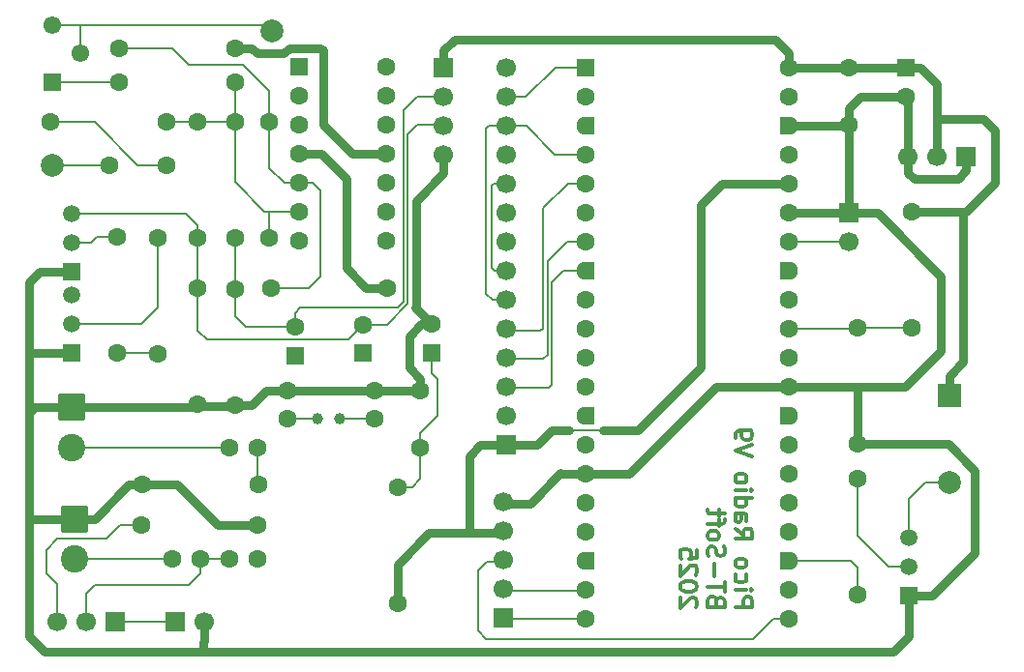
<source format=gbr>
%TF.GenerationSoftware,KiCad,Pcbnew,9.0.6*%
%TF.CreationDate,2026-01-05T15:27:57+01:00*%
%TF.ProjectId,pico-radio-9-k_toldalas,7069636f-2d72-4616-9469-6f2d392d6be9,rev?*%
%TF.SameCoordinates,Original*%
%TF.FileFunction,Copper,L2,Bot*%
%TF.FilePolarity,Positive*%
%FSLAX46Y46*%
G04 Gerber Fmt 4.6, Leading zero omitted, Abs format (unit mm)*
G04 Created by KiCad (PCBNEW 9.0.6) date 2026-01-05 15:27:57*
%MOMM*%
%LPD*%
G01*
G04 APERTURE LIST*
G04 Aperture macros list*
%AMRoundRect*
0 Rectangle with rounded corners*
0 $1 Rounding radius*
0 $2 $3 $4 $5 $6 $7 $8 $9 X,Y pos of 4 corners*
0 Add a 4 corners polygon primitive as box body*
4,1,4,$2,$3,$4,$5,$6,$7,$8,$9,$2,$3,0*
0 Add four circle primitives for the rounded corners*
1,1,$1+$1,$2,$3*
1,1,$1+$1,$4,$5*
1,1,$1+$1,$6,$7*
1,1,$1+$1,$8,$9*
0 Add four rect primitives between the rounded corners*
20,1,$1+$1,$2,$3,$4,$5,0*
20,1,$1+$1,$4,$5,$6,$7,0*
20,1,$1+$1,$6,$7,$8,$9,0*
20,1,$1+$1,$8,$9,$2,$3,0*%
%AMFreePoly0*
4,1,37,0.603843,0.796157,0.639018,0.796157,0.711114,0.766294,0.766294,0.711114,0.796157,0.639018,0.796157,0.603843,0.800000,0.600000,0.800000,-0.600000,0.796157,-0.603843,0.796157,-0.639018,0.766294,-0.711114,0.711114,-0.766294,0.639018,-0.796157,0.603843,-0.796157,0.600000,-0.800000,0.000000,-0.800000,0.000000,-0.796148,-0.078414,-0.796148,-0.232228,-0.765552,-0.377117,-0.705537,
-0.507515,-0.618408,-0.618408,-0.507515,-0.705537,-0.377117,-0.765552,-0.232228,-0.796148,-0.078414,-0.796148,0.078414,-0.765552,0.232228,-0.705537,0.377117,-0.618408,0.507515,-0.507515,0.618408,-0.377117,0.705537,-0.232228,0.765552,-0.078414,0.796148,0.000000,0.796148,0.000000,0.800000,0.600000,0.800000,0.603843,0.796157,0.603843,0.796157,$1*%
%AMFreePoly1*
4,1,37,0.000000,0.796148,0.078414,0.796148,0.232228,0.765552,0.377117,0.705537,0.507515,0.618408,0.618408,0.507515,0.705537,0.377117,0.765552,0.232228,0.796148,0.078414,0.796148,-0.078414,0.765552,-0.232228,0.705537,-0.377117,0.618408,-0.507515,0.507515,-0.618408,0.377117,-0.705537,0.232228,-0.765552,0.078414,-0.796148,0.000000,-0.796148,0.000000,-0.800000,-0.600000,-0.800000,
-0.603843,-0.796157,-0.639018,-0.796157,-0.711114,-0.766294,-0.766294,-0.711114,-0.796157,-0.639018,-0.796157,-0.603843,-0.800000,-0.600000,-0.800000,0.600000,-0.796157,0.603843,-0.796157,0.639018,-0.766294,0.711114,-0.711114,0.766294,-0.639018,0.796157,-0.603843,0.796157,-0.600000,0.800000,0.000000,0.800000,0.000000,0.796148,0.000000,0.796148,$1*%
G04 Aperture macros list end*
%ADD10C,0.300000*%
%TA.AperFunction,NonConductor*%
%ADD11C,0.300000*%
%TD*%
%TA.AperFunction,ComponentPad*%
%ADD12RoundRect,0.200000X-0.600000X-0.600000X0.600000X-0.600000X0.600000X0.600000X-0.600000X0.600000X0*%
%TD*%
%TA.AperFunction,ComponentPad*%
%ADD13C,1.600000*%
%TD*%
%TA.AperFunction,ComponentPad*%
%ADD14FreePoly0,0.000000*%
%TD*%
%TA.AperFunction,ComponentPad*%
%ADD15FreePoly1,0.000000*%
%TD*%
%TA.AperFunction,ComponentPad*%
%ADD16R,1.700000X1.700000*%
%TD*%
%TA.AperFunction,ComponentPad*%
%ADD17C,1.700000*%
%TD*%
%TA.AperFunction,ComponentPad*%
%ADD18RoundRect,0.250000X0.550000X-0.550000X0.550000X0.550000X-0.550000X0.550000X-0.550000X-0.550000X0*%
%TD*%
%TA.AperFunction,ComponentPad*%
%ADD19R,1.500000X1.500000*%
%TD*%
%TA.AperFunction,ComponentPad*%
%ADD20C,1.500000*%
%TD*%
%TA.AperFunction,ComponentPad*%
%ADD21R,2.000000X2.000000*%
%TD*%
%TA.AperFunction,ComponentPad*%
%ADD22C,2.000000*%
%TD*%
%TA.AperFunction,ComponentPad*%
%ADD23R,1.550000X1.550000*%
%TD*%
%TA.AperFunction,ComponentPad*%
%ADD24C,1.550000*%
%TD*%
%TA.AperFunction,ComponentPad*%
%ADD25RoundRect,0.250000X-0.550000X-0.550000X0.550000X-0.550000X0.550000X0.550000X-0.550000X0.550000X0*%
%TD*%
%TA.AperFunction,ComponentPad*%
%ADD26RoundRect,0.250001X-0.949999X0.949999X-0.949999X-0.949999X0.949999X-0.949999X0.949999X0.949999X0*%
%TD*%
%TA.AperFunction,ComponentPad*%
%ADD27C,2.400000*%
%TD*%
%TA.AperFunction,ComponentPad*%
%ADD28RoundRect,0.250000X-0.550000X0.550000X-0.550000X-0.550000X0.550000X-0.550000X0.550000X0.550000X0*%
%TD*%
%TA.AperFunction,ComponentPad*%
%ADD29C,1.000000*%
%TD*%
%TA.AperFunction,Conductor*%
%ADD30C,0.800000*%
%TD*%
%TA.AperFunction,Conductor*%
%ADD31C,0.200000*%
%TD*%
G04 APERTURE END LIST*
D10*
D11*
X115029003Y-82445489D02*
X116529003Y-82445489D01*
X116529003Y-82445489D02*
X116529003Y-81874060D01*
X116529003Y-81874060D02*
X116457574Y-81731203D01*
X116457574Y-81731203D02*
X116386146Y-81659774D01*
X116386146Y-81659774D02*
X116243289Y-81588346D01*
X116243289Y-81588346D02*
X116029003Y-81588346D01*
X116029003Y-81588346D02*
X115886146Y-81659774D01*
X115886146Y-81659774D02*
X115814717Y-81731203D01*
X115814717Y-81731203D02*
X115743289Y-81874060D01*
X115743289Y-81874060D02*
X115743289Y-82445489D01*
X115029003Y-80945489D02*
X116029003Y-80945489D01*
X116529003Y-80945489D02*
X116457574Y-81016917D01*
X116457574Y-81016917D02*
X116386146Y-80945489D01*
X116386146Y-80945489D02*
X116457574Y-80874060D01*
X116457574Y-80874060D02*
X116529003Y-80945489D01*
X116529003Y-80945489D02*
X116386146Y-80945489D01*
X115100432Y-79588346D02*
X115029003Y-79731203D01*
X115029003Y-79731203D02*
X115029003Y-80016917D01*
X115029003Y-80016917D02*
X115100432Y-80159774D01*
X115100432Y-80159774D02*
X115171860Y-80231203D01*
X115171860Y-80231203D02*
X115314717Y-80302631D01*
X115314717Y-80302631D02*
X115743289Y-80302631D01*
X115743289Y-80302631D02*
X115886146Y-80231203D01*
X115886146Y-80231203D02*
X115957574Y-80159774D01*
X115957574Y-80159774D02*
X116029003Y-80016917D01*
X116029003Y-80016917D02*
X116029003Y-79731203D01*
X116029003Y-79731203D02*
X115957574Y-79588346D01*
X115029003Y-78731203D02*
X115100432Y-78874060D01*
X115100432Y-78874060D02*
X115171860Y-78945489D01*
X115171860Y-78945489D02*
X115314717Y-79016917D01*
X115314717Y-79016917D02*
X115743289Y-79016917D01*
X115743289Y-79016917D02*
X115886146Y-78945489D01*
X115886146Y-78945489D02*
X115957574Y-78874060D01*
X115957574Y-78874060D02*
X116029003Y-78731203D01*
X116029003Y-78731203D02*
X116029003Y-78516917D01*
X116029003Y-78516917D02*
X115957574Y-78374060D01*
X115957574Y-78374060D02*
X115886146Y-78302632D01*
X115886146Y-78302632D02*
X115743289Y-78231203D01*
X115743289Y-78231203D02*
X115314717Y-78231203D01*
X115314717Y-78231203D02*
X115171860Y-78302632D01*
X115171860Y-78302632D02*
X115100432Y-78374060D01*
X115100432Y-78374060D02*
X115029003Y-78516917D01*
X115029003Y-78516917D02*
X115029003Y-78731203D01*
X115029003Y-75588346D02*
X115743289Y-76088346D01*
X115029003Y-76445489D02*
X116529003Y-76445489D01*
X116529003Y-76445489D02*
X116529003Y-75874060D01*
X116529003Y-75874060D02*
X116457574Y-75731203D01*
X116457574Y-75731203D02*
X116386146Y-75659774D01*
X116386146Y-75659774D02*
X116243289Y-75588346D01*
X116243289Y-75588346D02*
X116029003Y-75588346D01*
X116029003Y-75588346D02*
X115886146Y-75659774D01*
X115886146Y-75659774D02*
X115814717Y-75731203D01*
X115814717Y-75731203D02*
X115743289Y-75874060D01*
X115743289Y-75874060D02*
X115743289Y-76445489D01*
X115029003Y-74302632D02*
X115814717Y-74302632D01*
X115814717Y-74302632D02*
X115957574Y-74374060D01*
X115957574Y-74374060D02*
X116029003Y-74516917D01*
X116029003Y-74516917D02*
X116029003Y-74802632D01*
X116029003Y-74802632D02*
X115957574Y-74945489D01*
X115100432Y-74302632D02*
X115029003Y-74445489D01*
X115029003Y-74445489D02*
X115029003Y-74802632D01*
X115029003Y-74802632D02*
X115100432Y-74945489D01*
X115100432Y-74945489D02*
X115243289Y-75016917D01*
X115243289Y-75016917D02*
X115386146Y-75016917D01*
X115386146Y-75016917D02*
X115529003Y-74945489D01*
X115529003Y-74945489D02*
X115600432Y-74802632D01*
X115600432Y-74802632D02*
X115600432Y-74445489D01*
X115600432Y-74445489D02*
X115671860Y-74302632D01*
X115029003Y-72945489D02*
X116529003Y-72945489D01*
X115100432Y-72945489D02*
X115029003Y-73088346D01*
X115029003Y-73088346D02*
X115029003Y-73374060D01*
X115029003Y-73374060D02*
X115100432Y-73516917D01*
X115100432Y-73516917D02*
X115171860Y-73588346D01*
X115171860Y-73588346D02*
X115314717Y-73659774D01*
X115314717Y-73659774D02*
X115743289Y-73659774D01*
X115743289Y-73659774D02*
X115886146Y-73588346D01*
X115886146Y-73588346D02*
X115957574Y-73516917D01*
X115957574Y-73516917D02*
X116029003Y-73374060D01*
X116029003Y-73374060D02*
X116029003Y-73088346D01*
X116029003Y-73088346D02*
X115957574Y-72945489D01*
X115029003Y-72231203D02*
X116029003Y-72231203D01*
X116529003Y-72231203D02*
X116457574Y-72302631D01*
X116457574Y-72302631D02*
X116386146Y-72231203D01*
X116386146Y-72231203D02*
X116457574Y-72159774D01*
X116457574Y-72159774D02*
X116529003Y-72231203D01*
X116529003Y-72231203D02*
X116386146Y-72231203D01*
X115029003Y-71302631D02*
X115100432Y-71445488D01*
X115100432Y-71445488D02*
X115171860Y-71516917D01*
X115171860Y-71516917D02*
X115314717Y-71588345D01*
X115314717Y-71588345D02*
X115743289Y-71588345D01*
X115743289Y-71588345D02*
X115886146Y-71516917D01*
X115886146Y-71516917D02*
X115957574Y-71445488D01*
X115957574Y-71445488D02*
X116029003Y-71302631D01*
X116029003Y-71302631D02*
X116029003Y-71088345D01*
X116029003Y-71088345D02*
X115957574Y-70945488D01*
X115957574Y-70945488D02*
X115886146Y-70874060D01*
X115886146Y-70874060D02*
X115743289Y-70802631D01*
X115743289Y-70802631D02*
X115314717Y-70802631D01*
X115314717Y-70802631D02*
X115171860Y-70874060D01*
X115171860Y-70874060D02*
X115100432Y-70945488D01*
X115100432Y-70945488D02*
X115029003Y-71088345D01*
X115029003Y-71088345D02*
X115029003Y-71302631D01*
X116529003Y-69231202D02*
X115029003Y-68731202D01*
X115029003Y-68731202D02*
X116529003Y-68231202D01*
X115029003Y-67659774D02*
X115029003Y-67374060D01*
X115029003Y-67374060D02*
X115100432Y-67231203D01*
X115100432Y-67231203D02*
X115171860Y-67159774D01*
X115171860Y-67159774D02*
X115386146Y-67016917D01*
X115386146Y-67016917D02*
X115671860Y-66945488D01*
X115671860Y-66945488D02*
X116243289Y-66945488D01*
X116243289Y-66945488D02*
X116386146Y-67016917D01*
X116386146Y-67016917D02*
X116457574Y-67088346D01*
X116457574Y-67088346D02*
X116529003Y-67231203D01*
X116529003Y-67231203D02*
X116529003Y-67516917D01*
X116529003Y-67516917D02*
X116457574Y-67659774D01*
X116457574Y-67659774D02*
X116386146Y-67731203D01*
X116386146Y-67731203D02*
X116243289Y-67802631D01*
X116243289Y-67802631D02*
X115886146Y-67802631D01*
X115886146Y-67802631D02*
X115743289Y-67731203D01*
X115743289Y-67731203D02*
X115671860Y-67659774D01*
X115671860Y-67659774D02*
X115600432Y-67516917D01*
X115600432Y-67516917D02*
X115600432Y-67231203D01*
X115600432Y-67231203D02*
X115671860Y-67088346D01*
X115671860Y-67088346D02*
X115743289Y-67016917D01*
X115743289Y-67016917D02*
X115886146Y-66945488D01*
X113399801Y-81945489D02*
X113328373Y-81731203D01*
X113328373Y-81731203D02*
X113256944Y-81659774D01*
X113256944Y-81659774D02*
X113114087Y-81588346D01*
X113114087Y-81588346D02*
X112899801Y-81588346D01*
X112899801Y-81588346D02*
X112756944Y-81659774D01*
X112756944Y-81659774D02*
X112685516Y-81731203D01*
X112685516Y-81731203D02*
X112614087Y-81874060D01*
X112614087Y-81874060D02*
X112614087Y-82445489D01*
X112614087Y-82445489D02*
X114114087Y-82445489D01*
X114114087Y-82445489D02*
X114114087Y-81945489D01*
X114114087Y-81945489D02*
X114042658Y-81802632D01*
X114042658Y-81802632D02*
X113971230Y-81731203D01*
X113971230Y-81731203D02*
X113828373Y-81659774D01*
X113828373Y-81659774D02*
X113685516Y-81659774D01*
X113685516Y-81659774D02*
X113542658Y-81731203D01*
X113542658Y-81731203D02*
X113471230Y-81802632D01*
X113471230Y-81802632D02*
X113399801Y-81945489D01*
X113399801Y-81945489D02*
X113399801Y-82445489D01*
X114114087Y-81159774D02*
X114114087Y-80302632D01*
X112614087Y-80731203D02*
X114114087Y-80731203D01*
X113185516Y-79802632D02*
X113185516Y-78659775D01*
X112685516Y-78016917D02*
X112614087Y-77802632D01*
X112614087Y-77802632D02*
X112614087Y-77445489D01*
X112614087Y-77445489D02*
X112685516Y-77302632D01*
X112685516Y-77302632D02*
X112756944Y-77231203D01*
X112756944Y-77231203D02*
X112899801Y-77159774D01*
X112899801Y-77159774D02*
X113042658Y-77159774D01*
X113042658Y-77159774D02*
X113185516Y-77231203D01*
X113185516Y-77231203D02*
X113256944Y-77302632D01*
X113256944Y-77302632D02*
X113328373Y-77445489D01*
X113328373Y-77445489D02*
X113399801Y-77731203D01*
X113399801Y-77731203D02*
X113471230Y-77874060D01*
X113471230Y-77874060D02*
X113542658Y-77945489D01*
X113542658Y-77945489D02*
X113685516Y-78016917D01*
X113685516Y-78016917D02*
X113828373Y-78016917D01*
X113828373Y-78016917D02*
X113971230Y-77945489D01*
X113971230Y-77945489D02*
X114042658Y-77874060D01*
X114042658Y-77874060D02*
X114114087Y-77731203D01*
X114114087Y-77731203D02*
X114114087Y-77374060D01*
X114114087Y-77374060D02*
X114042658Y-77159774D01*
X112614087Y-76302632D02*
X112685516Y-76445489D01*
X112685516Y-76445489D02*
X112756944Y-76516918D01*
X112756944Y-76516918D02*
X112899801Y-76588346D01*
X112899801Y-76588346D02*
X113328373Y-76588346D01*
X113328373Y-76588346D02*
X113471230Y-76516918D01*
X113471230Y-76516918D02*
X113542658Y-76445489D01*
X113542658Y-76445489D02*
X113614087Y-76302632D01*
X113614087Y-76302632D02*
X113614087Y-76088346D01*
X113614087Y-76088346D02*
X113542658Y-75945489D01*
X113542658Y-75945489D02*
X113471230Y-75874061D01*
X113471230Y-75874061D02*
X113328373Y-75802632D01*
X113328373Y-75802632D02*
X112899801Y-75802632D01*
X112899801Y-75802632D02*
X112756944Y-75874061D01*
X112756944Y-75874061D02*
X112685516Y-75945489D01*
X112685516Y-75945489D02*
X112614087Y-76088346D01*
X112614087Y-76088346D02*
X112614087Y-76302632D01*
X113614087Y-75374060D02*
X113614087Y-74802632D01*
X112614087Y-75159775D02*
X113899801Y-75159775D01*
X113899801Y-75159775D02*
X114042658Y-75088346D01*
X114042658Y-75088346D02*
X114114087Y-74945489D01*
X114114087Y-74945489D02*
X114114087Y-74802632D01*
X113614087Y-74516917D02*
X113614087Y-73945489D01*
X114114087Y-74302632D02*
X112828373Y-74302632D01*
X112828373Y-74302632D02*
X112685516Y-74231203D01*
X112685516Y-74231203D02*
X112614087Y-74088346D01*
X112614087Y-74088346D02*
X112614087Y-73945489D01*
X111556314Y-82516917D02*
X111627742Y-82445489D01*
X111627742Y-82445489D02*
X111699171Y-82302632D01*
X111699171Y-82302632D02*
X111699171Y-81945489D01*
X111699171Y-81945489D02*
X111627742Y-81802632D01*
X111627742Y-81802632D02*
X111556314Y-81731203D01*
X111556314Y-81731203D02*
X111413457Y-81659774D01*
X111413457Y-81659774D02*
X111270600Y-81659774D01*
X111270600Y-81659774D02*
X111056314Y-81731203D01*
X111056314Y-81731203D02*
X110199171Y-82588346D01*
X110199171Y-82588346D02*
X110199171Y-81659774D01*
X111699171Y-80731203D02*
X111699171Y-80588346D01*
X111699171Y-80588346D02*
X111627742Y-80445489D01*
X111627742Y-80445489D02*
X111556314Y-80374061D01*
X111556314Y-80374061D02*
X111413457Y-80302632D01*
X111413457Y-80302632D02*
X111127742Y-80231203D01*
X111127742Y-80231203D02*
X110770600Y-80231203D01*
X110770600Y-80231203D02*
X110484885Y-80302632D01*
X110484885Y-80302632D02*
X110342028Y-80374061D01*
X110342028Y-80374061D02*
X110270600Y-80445489D01*
X110270600Y-80445489D02*
X110199171Y-80588346D01*
X110199171Y-80588346D02*
X110199171Y-80731203D01*
X110199171Y-80731203D02*
X110270600Y-80874061D01*
X110270600Y-80874061D02*
X110342028Y-80945489D01*
X110342028Y-80945489D02*
X110484885Y-81016918D01*
X110484885Y-81016918D02*
X110770600Y-81088346D01*
X110770600Y-81088346D02*
X111127742Y-81088346D01*
X111127742Y-81088346D02*
X111413457Y-81016918D01*
X111413457Y-81016918D02*
X111556314Y-80945489D01*
X111556314Y-80945489D02*
X111627742Y-80874061D01*
X111627742Y-80874061D02*
X111699171Y-80731203D01*
X111556314Y-79659775D02*
X111627742Y-79588347D01*
X111627742Y-79588347D02*
X111699171Y-79445490D01*
X111699171Y-79445490D02*
X111699171Y-79088347D01*
X111699171Y-79088347D02*
X111627742Y-78945490D01*
X111627742Y-78945490D02*
X111556314Y-78874061D01*
X111556314Y-78874061D02*
X111413457Y-78802632D01*
X111413457Y-78802632D02*
X111270600Y-78802632D01*
X111270600Y-78802632D02*
X111056314Y-78874061D01*
X111056314Y-78874061D02*
X110199171Y-79731204D01*
X110199171Y-79731204D02*
X110199171Y-78802632D01*
X111699171Y-77445490D02*
X111699171Y-78159776D01*
X111699171Y-78159776D02*
X110984885Y-78231204D01*
X110984885Y-78231204D02*
X111056314Y-78159776D01*
X111056314Y-78159776D02*
X111127742Y-78016919D01*
X111127742Y-78016919D02*
X111127742Y-77659776D01*
X111127742Y-77659776D02*
X111056314Y-77516919D01*
X111056314Y-77516919D02*
X110984885Y-77445490D01*
X110984885Y-77445490D02*
X110842028Y-77374061D01*
X110842028Y-77374061D02*
X110484885Y-77374061D01*
X110484885Y-77374061D02*
X110342028Y-77445490D01*
X110342028Y-77445490D02*
X110270600Y-77516919D01*
X110270600Y-77516919D02*
X110199171Y-77659776D01*
X110199171Y-77659776D02*
X110199171Y-78016919D01*
X110199171Y-78016919D02*
X110270600Y-78159776D01*
X110270600Y-78159776D02*
X110342028Y-78231204D01*
D12*
%TO.P,A1,1,GPIO0*%
%TO.N,/SDO*%
X101970000Y-35210000D03*
D13*
%TO.P,A1,2,GPIO1*%
%TO.N,/LED*%
X101970000Y-37750000D03*
D14*
%TO.P,A1,3,GPIO2*%
%TO.N,/SCK*%
X101970000Y-40290000D03*
D13*
%TO.P,A1,4,GPIO3*%
%TO.N,/SDI*%
X101970000Y-42830000D03*
%TO.P,A1,5,GPIO4*%
%TO.N,/DC*%
X101970000Y-45370000D03*
%TO.P,A1,6,GND*%
%TO.N,GND*%
X101970000Y-47910000D03*
%TO.P,A1,7,GPIO5*%
%TO.N,/RST*%
X101970000Y-50450000D03*
D14*
%TO.P,A1,8,GPIO6*%
%TO.N,/CS*%
X101970000Y-52990000D03*
D13*
%TO.P,A1,9,GPIO7*%
%TO.N,/T_CS*%
X101970000Y-55530000D03*
%TO.P,A1,10,GPIO8*%
%TO.N,/Si_SDA*%
X101970000Y-58070000D03*
%TO.P,A1,11,GPIO9*%
%TO.N,/Si_SCL*%
X101970000Y-60610000D03*
%TO.P,A1,12,GPIO10*%
%TO.N,/Si_RST*%
X101970000Y-63150000D03*
D14*
%TO.P,A1,13,GPIO11*%
%TO.N,unconnected-(A1-GPIO11-Pad13)*%
X101970000Y-65690000D03*
D13*
%TO.P,A1,14,GPIO12*%
%TO.N,unconnected-(A1-GPIO12-Pad14)*%
X101970000Y-68230000D03*
%TO.P,A1,15,GND*%
%TO.N,GND*%
X101970000Y-70770000D03*
%TO.P,A1,16,GPIO13*%
%TO.N,unconnected-(A1-GPIO13-Pad16)*%
X101970000Y-73310000D03*
%TO.P,A1,17,GPIO14*%
%TO.N,unconnected-(A1-GPIO14-Pad17)*%
X101970000Y-75850000D03*
D14*
%TO.P,A1,18,GPIO15*%
%TO.N,unconnected-(A1-GPIO15-Pad18)*%
X101970000Y-78390000D03*
D13*
%TO.P,A1,19,GPIO16*%
%TO.N,ROT_DT*%
X101970000Y-80930000D03*
%TO.P,A1,20,GPIO17*%
%TO.N,ROT_CLK*%
X101970000Y-83470000D03*
%TO.P,A1,21,GPIO18*%
%TO.N,ROT_SW*%
X119750000Y-83470000D03*
%TO.P,A1,22,GPIO19*%
%TO.N,AUDIO_MUTE*%
X119750000Y-80930000D03*
D15*
%TO.P,A1,23,GPIO20*%
%TO.N,BUZZER*%
X119750000Y-78390000D03*
D13*
%TO.P,A1,24,GPIO21*%
%TO.N,unconnected-(A1-GPIO21-Pad24)*%
X119750000Y-75850000D03*
%TO.P,A1,25,GPIO22*%
%TO.N,unconnected-(A1-GPIO22-Pad25)*%
X119750000Y-73310000D03*
%TO.P,A1,26,GPIO23*%
%TO.N,unconnected-(A1-GPIO23-Pad26)*%
X119750000Y-70770000D03*
%TO.P,A1,27,GPIO24*%
%TO.N,unconnected-(A1-GPIO24-Pad27)*%
X119750000Y-68230000D03*
D15*
%TO.P,A1,28,GPIO25*%
%TO.N,unconnected-(A1-GPIO25-Pad28)*%
X119750000Y-65690000D03*
D13*
%TO.P,A1,29,AGND*%
%TO.N,GND*%
X119750000Y-63150000D03*
%TO.P,A1,30,GPIO26_ADC0*%
%TO.N,AD_FFT_AUDIO*%
X119750000Y-60610000D03*
%TO.P,A1,31,GPIO27_ADC1*%
%TO.N,Net-(A1-GPIO27_ADC1)*%
X119750000Y-58070000D03*
%TO.P,A1,32,GPIO28_ADC2*%
%TO.N,unconnected-(A1-GPIO28_ADC2-Pad32)*%
X119750000Y-55530000D03*
D15*
%TO.P,A1,33,GPIO29_ADC3*%
%TO.N,unconnected-(A1-GPIO29_ADC3-Pad33)*%
X119750000Y-52990000D03*
D13*
%TO.P,A1,34,RUN*%
%TO.N,Net-(A1-RUN)*%
X119750000Y-50450000D03*
%TO.P,A1,35,GND*%
%TO.N,GND*%
X119750000Y-47910000D03*
%TO.P,A1,36,3V3*%
%TO.N,+3.3V*%
X119750000Y-45370000D03*
%TO.P,A1,37,3V3_EN*%
%TO.N,unconnected-(A1-3V3_EN-Pad37)*%
X119750000Y-42830000D03*
D15*
%TO.P,A1,38,GND*%
%TO.N,GND*%
X119750000Y-40290000D03*
D13*
%TO.P,A1,39,VSYS*%
%TO.N,+Vsys*%
X119750000Y-37750000D03*
%TO.P,A1,40,VBUS*%
%TO.N,+Vbus*%
X119750000Y-35210000D03*
%TD*%
%TO.P,C12,1*%
%TO.N,+Vbus*%
X125000000Y-35250000D03*
%TO.P,C12,2*%
%TO.N,GND*%
X125000000Y-40250000D03*
%TD*%
%TO.P,R6,1*%
%TO.N,Net-(U3B--)*%
X65250000Y-40000000D03*
%TO.P,R6,2*%
%TO.N,Net-(C7-Pad1)*%
X55090000Y-40000000D03*
%TD*%
%TO.P,C1,1*%
%TO.N,Net-(U1-FMI)*%
X73250000Y-68490000D03*
%TO.P,C1,2*%
%TO.N,Net-(J1-Pin_2)*%
X70750000Y-68490000D03*
%TD*%
D16*
%TO.P,U2,1,VCC*%
%TO.N,+3.3V*%
X95000000Y-68290000D03*
D17*
%TO.P,U2,2,GND*%
%TO.N,GND*%
X95000000Y-65750000D03*
%TO.P,U2,3,CS*%
%TO.N,/CS*%
X95000000Y-63210000D03*
%TO.P,U2,4,RESET*%
%TO.N,/RST*%
X95000000Y-60670000D03*
%TO.P,U2,5,DC/RS*%
%TO.N,/DC*%
X95000000Y-58130000D03*
%TO.P,U2,6,SDI/MOSI*%
%TO.N,/SDI*%
X95000000Y-55590000D03*
%TO.P,U2,7,SCK*%
%TO.N,/SCK*%
X95000000Y-53050000D03*
%TO.P,U2,8,LED*%
%TO.N,/LED*%
X95000000Y-50510000D03*
%TO.P,U2,9,SDO/MISO*%
%TO.N,unconnected-(U2-SDO{slash}MISO-Pad9)*%
X95000000Y-47970000D03*
%TO.P,U2,10,T_CLK*%
%TO.N,/SCK*%
X95000000Y-45430000D03*
%TO.P,U2,11,T_CS*%
%TO.N,/T_CS*%
X95000000Y-42890000D03*
%TO.P,U2,12,T_DIN*%
%TO.N,/SDI*%
X95000000Y-40350000D03*
%TO.P,U2,13,T_DO*%
%TO.N,/SDO*%
X95000000Y-37810000D03*
%TO.P,U2,14,T_IRQ*%
%TO.N,unconnected-(U2-T_IRQ-Pad14)*%
X95000000Y-35270000D03*
%TD*%
D18*
%TO.P,C5,1*%
%TO.N,Net-(U1-LOUT{slash}DFS)*%
X76500000Y-60445113D03*
D13*
%TO.P,C5,2*%
%TO.N,AUDIO_L*%
X76500000Y-57945113D03*
%TD*%
%TO.P,R10,1*%
%TO.N,GND*%
X71250000Y-33500000D03*
%TO.P,R10,2*%
%TO.N,Net-(U3B-+)*%
X61090000Y-33500000D03*
%TD*%
%TO.P,C3,1*%
%TO.N,Net-(U1-AMI)*%
X73250000Y-78240000D03*
%TO.P,C3,2*%
%TO.N,Net-(J3-Pin_2)*%
X70750000Y-78240000D03*
%TD*%
%TO.P,R4,1*%
%TO.N,GND*%
X71250000Y-64750000D03*
%TO.P,R4,2*%
%TO.N,AUDIO_L*%
X71250000Y-54590000D03*
%TD*%
%TO.P,R2,1*%
%TO.N,AUDIO_MUTE*%
X64500000Y-60330000D03*
%TO.P,R2,2*%
%TO.N,Net-(Q2-B)*%
X64500000Y-50170000D03*
%TD*%
D19*
%TO.P,Q2,1,E*%
%TO.N,GND*%
X57000000Y-60250000D03*
D20*
%TO.P,Q2,2,B*%
%TO.N,Net-(Q2-B)*%
X57000000Y-57710000D03*
%TO.P,Q2,3,C*%
%TO.N,AUDIO_L*%
X57000000Y-55170000D03*
%TD*%
D21*
%TO.P,BZ1,1,+*%
%TO.N,+Vbus*%
X133750000Y-63950000D03*
D22*
%TO.P,BZ1,2,-*%
%TO.N,Net-(BZ1--)*%
X133750000Y-71550000D03*
%TD*%
D13*
%TO.P,R13,1*%
%TO.N,Net-(A1-GPIO27_ADC1)*%
X125750000Y-58000000D03*
%TO.P,R13,2*%
%TO.N,GND*%
X125750000Y-68160000D03*
%TD*%
%TO.P,R12,1*%
%TO.N,+Vbus*%
X130500000Y-47840000D03*
%TO.P,R12,2*%
%TO.N,Net-(A1-GPIO27_ADC1)*%
X130500000Y-58000000D03*
%TD*%
D16*
%TO.P,J6,1,Pin_1*%
%TO.N,ROT_CLK*%
X94750000Y-83410000D03*
D17*
%TO.P,J6,2,Pin_2*%
%TO.N,ROT_DT*%
X94750000Y-80870000D03*
%TO.P,J6,3,Pin_3*%
%TO.N,ROT_SW*%
X94750000Y-78330000D03*
%TO.P,J6,4,Pin_4*%
%TO.N,+3.3V*%
X94750000Y-75790000D03*
%TO.P,J6,5,Pin_5*%
%TO.N,GND*%
X94750000Y-73250000D03*
%TD*%
D16*
%TO.P,J5,1,Pin_1*%
%TO.N,GND*%
X135250000Y-43000000D03*
D17*
%TO.P,J5,2,Pin_2*%
%TO.N,+Vbus*%
X132710000Y-43000000D03*
%TO.P,J5,3,Pin_3*%
%TO.N,GND*%
X130170000Y-43000000D03*
%TD*%
D19*
%TO.P,Q1,1,E*%
%TO.N,GND*%
X57000000Y-53080000D03*
D20*
%TO.P,Q1,2,B*%
%TO.N,Net-(Q1-B)*%
X57000000Y-50540000D03*
%TO.P,Q1,3,C*%
%TO.N,AUDIO_R*%
X57000000Y-48000000D03*
%TD*%
D23*
%TO.P,RV1,1,1*%
%TO.N,Net-(R11-Pad1)*%
X55250000Y-36500000D03*
D24*
%TO.P,RV1,2,2*%
%TO.N,AD_FFT_AUDIO*%
X57750000Y-34000000D03*
%TO.P,RV1,3,3*%
X55250000Y-31500000D03*
%TD*%
D13*
%TO.P,R3,1*%
%TO.N,GND*%
X68000000Y-64660000D03*
%TO.P,R3,2*%
%TO.N,AUDIO_R*%
X68000000Y-54500000D03*
%TD*%
D16*
%TO.P,J3,1,Pin_1*%
%TO.N,Net-(J3-Pin_1)*%
X60750000Y-83740000D03*
D17*
%TO.P,J3,2,Pin_2*%
%TO.N,Net-(J3-Pin_2)*%
X58210000Y-83740000D03*
%TO.P,J3,3,Pin_3*%
%TO.N,Net-(J3-Pin_3)*%
X55670000Y-83740000D03*
%TD*%
D16*
%TO.P,J4,1,Pin_1*%
%TO.N,+Vbus*%
X89500000Y-35250000D03*
D17*
%TO.P,J4,2,Pin_2*%
%TO.N,AUDIO_L*%
X89500000Y-37790000D03*
%TO.P,J4,3,Pin_3*%
%TO.N,AUDIO_R*%
X89500000Y-40330000D03*
%TO.P,J4,4,Pin_4*%
%TO.N,GND*%
X89500000Y-42870000D03*
%TD*%
D16*
%TO.P,L2,1,1*%
%TO.N,Net-(J3-Pin_1)*%
X66000000Y-83740000D03*
D17*
%TO.P,L2,2,2*%
%TO.N,GND*%
X68540000Y-83740000D03*
%TD*%
D18*
%TO.P,C10,1*%
%TO.N,Net-(U1-VDD)*%
X88500000Y-60195113D03*
D13*
%TO.P,C10,2*%
%TO.N,GND*%
X88500000Y-57695113D03*
%TD*%
%TO.P,C9,1*%
%TO.N,GND*%
X87500000Y-63490000D03*
%TO.P,C9,2*%
%TO.N,Net-(U1-VDD)*%
X87500000Y-68490000D03*
%TD*%
%TO.P,R7,1*%
%TO.N,Net-(U3B--)*%
X71250000Y-40000000D03*
%TO.P,R7,2*%
%TO.N,AUDIO_L*%
X71250000Y-50160000D03*
%TD*%
%TO.P,R14,1*%
%TO.N,BUZZER*%
X125750000Y-81410000D03*
%TO.P,R14,2*%
%TO.N,Net-(Q3-B)*%
X125750000Y-71250000D03*
%TD*%
%TO.P,L3,1,1*%
%TO.N,GND*%
X63170000Y-71740000D03*
%TO.P,L3,2,2*%
%TO.N,Net-(U1-FMI)*%
X73330000Y-71740000D03*
%TD*%
%TO.P,L1,1,1*%
%TO.N,Net-(J3-Pin_3)*%
X63090000Y-75240000D03*
%TO.P,L1,2,2*%
%TO.N,GND*%
X73250000Y-75240000D03*
%TD*%
%TO.P,L4,1,1*%
%TO.N,Net-(U1-VDD)*%
X85500000Y-71990000D03*
%TO.P,L4,2,2*%
%TO.N,+3.3V*%
X85500000Y-82150000D03*
%TD*%
D25*
%TO.P,U3,1*%
%TO.N,N/C*%
X76880000Y-35170000D03*
D13*
%TO.P,U3,2*%
X76880000Y-37710000D03*
%TO.P,U3,3*%
X76880000Y-40250000D03*
%TO.P,U3,4,V+*%
%TO.N,+3.3V*%
X76880000Y-42790000D03*
%TO.P,U3,5,+*%
%TO.N,Net-(U3B-+)*%
X76880000Y-45330000D03*
%TO.P,U3,6,-*%
%TO.N,Net-(U3B--)*%
X76880000Y-47870000D03*
%TO.P,U3,7*%
%TO.N,AD_FFT_AUDIO*%
X76880000Y-50410000D03*
%TO.P,U3,8*%
%TO.N,N/C*%
X84500000Y-50410000D03*
%TO.P,U3,9*%
X84500000Y-47870000D03*
%TO.P,U3,10*%
X84500000Y-45330000D03*
%TO.P,U3,11,V-*%
%TO.N,GND*%
X84500000Y-42790000D03*
%TO.P,U3,12*%
%TO.N,N/C*%
X84500000Y-40250000D03*
%TO.P,U3,13*%
X84500000Y-37710000D03*
%TO.P,U3,14*%
X84500000Y-35170000D03*
%TD*%
D22*
%TO.P,TP2,1,1*%
%TO.N,AD_FFT_AUDIO*%
X74500000Y-32000000D03*
%TD*%
D13*
%TO.P,C6,1*%
%TO.N,Net-(U1-GPO3{slash}DCLK)*%
X75900000Y-65990000D03*
%TO.P,C6,2*%
%TO.N,GND*%
X75900000Y-63490000D03*
%TD*%
%TO.P,R9,1*%
%TO.N,Net-(U3B-+)*%
X74420000Y-54500000D03*
%TO.P,R9,2*%
%TO.N,+3.3V*%
X84580000Y-54500000D03*
%TD*%
%TO.P,R8,1*%
%TO.N,Net-(U3B-+)*%
X74250000Y-40000000D03*
%TO.P,R8,2*%
%TO.N,Net-(U3B--)*%
X74250000Y-50160000D03*
%TD*%
D26*
%TO.P,J1,1,Pin_1*%
%TO.N,GND*%
X57000000Y-64990000D03*
D27*
%TO.P,J1,2,Pin_2*%
%TO.N,Net-(J1-Pin_2)*%
X57000000Y-68490000D03*
%TD*%
D16*
%TO.P,SW1,1,1*%
%TO.N,GND*%
X125000000Y-47975000D03*
D17*
%TO.P,SW1,2,2*%
%TO.N,Net-(A1-RUN)*%
X125000000Y-50515000D03*
%TD*%
D13*
%TO.P,R1,1*%
%TO.N,AUDIO_MUTE*%
X61000000Y-60250000D03*
%TO.P,R1,2*%
%TO.N,Net-(Q1-B)*%
X61000000Y-50090000D03*
%TD*%
D28*
%TO.P,C11,1*%
%TO.N,+Vbus*%
X130000000Y-35250000D03*
D13*
%TO.P,C11,2*%
%TO.N,GND*%
X130000000Y-37750000D03*
%TD*%
D22*
%TO.P,TP1,1,1*%
%TO.N,Net-(C7-Pad2)*%
X55250000Y-43750000D03*
%TD*%
D13*
%TO.P,R11,1*%
%TO.N,Net-(R11-Pad1)*%
X61090000Y-36500000D03*
%TO.P,R11,2*%
%TO.N,Net-(U3B--)*%
X71250000Y-36500000D03*
%TD*%
%TO.P,C7,1*%
%TO.N,Net-(C7-Pad1)*%
X65250000Y-43750000D03*
%TO.P,C7,2*%
%TO.N,Net-(C7-Pad2)*%
X60250000Y-43750000D03*
%TD*%
%TO.P,R5,1*%
%TO.N,Net-(U3B--)*%
X68000000Y-40000000D03*
%TO.P,R5,2*%
%TO.N,AUDIO_R*%
X68000000Y-50160000D03*
%TD*%
D19*
%TO.P,Q3,1,E*%
%TO.N,GND*%
X130250000Y-81500000D03*
D20*
%TO.P,Q3,2,B*%
%TO.N,Net-(Q3-B)*%
X130250000Y-78960000D03*
%TO.P,Q3,3,C*%
%TO.N,Net-(BZ1--)*%
X130250000Y-76420000D03*
%TD*%
D29*
%TO.P,Y1,1,1*%
%TO.N,Net-(U1-RCLK)*%
X80400000Y-65990000D03*
%TO.P,Y1,2,2*%
%TO.N,Net-(U1-GPO3{slash}DCLK)*%
X78500000Y-65990000D03*
%TD*%
D13*
%TO.P,C8,1*%
%TO.N,GND*%
X83500000Y-63490000D03*
%TO.P,C8,2*%
%TO.N,Net-(U1-RCLK)*%
X83500000Y-65990000D03*
%TD*%
%TO.P,C2,1*%
%TO.N,Net-(J2-Pin_2)*%
X65750000Y-78240000D03*
%TO.P,C2,2*%
%TO.N,Net-(J3-Pin_2)*%
X68250000Y-78240000D03*
%TD*%
D26*
%TO.P,J2,1,Pin_1*%
%TO.N,GND*%
X57250000Y-74740000D03*
D27*
%TO.P,J2,2,Pin_2*%
%TO.N,Net-(J2-Pin_2)*%
X57250000Y-78240000D03*
%TD*%
D18*
%TO.P,C4,1*%
%TO.N,Net-(U1-ROUT{slash}DOUT)*%
X82500000Y-60240000D03*
D13*
%TO.P,C4,2*%
%TO.N,AUDIO_R*%
X82500000Y-57740000D03*
%TD*%
D30*
%TO.N,+3.3V*%
X99000000Y-67000000D02*
X100500000Y-67000000D01*
X95000000Y-68290000D02*
X97710000Y-68290000D01*
D31*
X100500000Y-67000000D02*
X103500000Y-67000000D01*
D30*
X81000000Y-45000000D02*
X81000000Y-52750000D01*
X112000000Y-47250000D02*
X113880000Y-45370000D01*
X78790000Y-42790000D02*
X81000000Y-45000000D01*
X92710000Y-68290000D02*
X95000000Y-68290000D01*
X85500000Y-82150000D02*
X85500000Y-78750000D01*
X112000000Y-61500000D02*
X112000000Y-47250000D01*
X106500000Y-67000000D02*
X103500000Y-67000000D01*
X97710000Y-68290000D02*
X99000000Y-67000000D01*
X106500000Y-67000000D02*
X112000000Y-61500000D01*
X91750000Y-69250000D02*
X92710000Y-68290000D01*
X113880000Y-45370000D02*
X119750000Y-45370000D01*
X88250000Y-76000000D02*
X91750000Y-76000000D01*
X82750000Y-54500000D02*
X84580000Y-54500000D01*
X76880000Y-42790000D02*
X78790000Y-42790000D01*
X91750000Y-76000000D02*
X91750000Y-69250000D01*
X81000000Y-52750000D02*
X82750000Y-54500000D01*
X85500000Y-78750000D02*
X88250000Y-76000000D01*
X95000000Y-75920000D02*
X91830000Y-75920000D01*
X91830000Y-75920000D02*
X91750000Y-76000000D01*
D31*
%TO.N,/DC*%
X98198000Y-58052000D02*
X98198000Y-47552000D01*
X98000000Y-58250000D02*
X98198000Y-58052000D01*
X95080000Y-58250000D02*
X98000000Y-58250000D01*
X95000000Y-58330000D02*
X95080000Y-58250000D01*
X100380000Y-45370000D02*
X101970000Y-45370000D01*
X98198000Y-47552000D02*
X100380000Y-45370000D01*
D30*
%TO.N,GND*%
X67850000Y-64990000D02*
X68000000Y-64840000D01*
X134500000Y-45000000D02*
X130750000Y-45000000D01*
X53250000Y-54000000D02*
X54170000Y-53080000D01*
X53500000Y-60250000D02*
X57000000Y-60250000D01*
X83500000Y-63490000D02*
X75900000Y-63490000D01*
X79000000Y-33750000D02*
X78750000Y-33500000D01*
X53750000Y-64990000D02*
X57000000Y-64990000D01*
X97120000Y-73380000D02*
X99750000Y-70750000D01*
X130170000Y-44420000D02*
X130170000Y-43000000D01*
X76000000Y-33500000D02*
X75500000Y-34000000D01*
X73250000Y-34000000D02*
X72750000Y-33500000D01*
X53250000Y-85000000D02*
X53250000Y-74740000D01*
X83500000Y-63490000D02*
X87500000Y-63490000D01*
X130250000Y-85000000D02*
X128901000Y-86349000D01*
X53250000Y-65490000D02*
X53250000Y-60000000D01*
X68540000Y-85460000D02*
X68540000Y-83740000D01*
X75500000Y-34000000D02*
X73250000Y-34000000D01*
X127475000Y-47975000D02*
X133000000Y-53500000D01*
X63170000Y-71740000D02*
X66240000Y-71740000D01*
X72750000Y-33500000D02*
X71250000Y-33500000D01*
X125000000Y-40250000D02*
X125000000Y-38750000D01*
X130170000Y-43000000D02*
X130170000Y-37920000D01*
X71250000Y-64750000D02*
X72750000Y-64750000D01*
X130170000Y-37920000D02*
X130000000Y-37750000D01*
X125750000Y-63150000D02*
X123900000Y-63150000D01*
X125000000Y-47975000D02*
X127475000Y-47975000D01*
D31*
X68250000Y-64930000D02*
X68340000Y-64840000D01*
D30*
X126000000Y-37750000D02*
X130000000Y-37750000D01*
X86500000Y-61500000D02*
X86500000Y-58740000D01*
X71160000Y-64840000D02*
X71250000Y-64750000D01*
X53250000Y-60000000D02*
X53250000Y-54000000D01*
X72750000Y-64750000D02*
X74010000Y-63490000D01*
X119790000Y-63110000D02*
X119750000Y-63150000D01*
X54599000Y-86349000D02*
X53250000Y-85000000D01*
D31*
X68000000Y-64930000D02*
X68250000Y-64930000D01*
D30*
X53250000Y-60000000D02*
X53500000Y-60250000D01*
X125750000Y-68160000D02*
X125750000Y-63150000D01*
X57000000Y-64990000D02*
X67850000Y-64990000D01*
X81540000Y-42790000D02*
X79000000Y-40250000D01*
X68500000Y-85500000D02*
X68540000Y-85460000D01*
X124960000Y-40290000D02*
X125000000Y-40250000D01*
X78750000Y-33500000D02*
X76000000Y-33500000D01*
X113350000Y-63150000D02*
X119750000Y-63150000D01*
X66240000Y-71740000D02*
X69740000Y-75240000D01*
X125000000Y-47975000D02*
X124935000Y-47910000D01*
X125000000Y-38750000D02*
X126000000Y-37750000D01*
X89500000Y-44500000D02*
X87102000Y-46898000D01*
X119750000Y-40290000D02*
X124960000Y-40290000D01*
X53250000Y-74740000D02*
X53250000Y-65490000D01*
X133000000Y-60000000D02*
X129850000Y-63150000D01*
X53250000Y-74740000D02*
X57250000Y-74740000D01*
X133660000Y-68160000D02*
X136000000Y-70500000D01*
X132250000Y-81500000D02*
X130250000Y-81500000D01*
X87056676Y-56251789D02*
X88500000Y-57695113D01*
X79000000Y-40250000D02*
X79000000Y-33750000D01*
X86500000Y-58740000D02*
X87544887Y-57695113D01*
X63170000Y-71740000D02*
X62000000Y-71740000D01*
X99770000Y-70770000D02*
X101970000Y-70770000D01*
X87500000Y-63490000D02*
X87500000Y-62500000D01*
X135250000Y-44250000D02*
X134500000Y-45000000D01*
X125000000Y-43000000D02*
X125000000Y-47975000D01*
X54170000Y-53080000D02*
X57000000Y-53080000D01*
X125000000Y-40250000D02*
X125000000Y-43000000D01*
X133000000Y-53500000D02*
X133000000Y-60000000D01*
X133660000Y-68160000D02*
X125750000Y-68160000D01*
X130750000Y-45000000D02*
X130170000Y-44420000D01*
X68000000Y-64840000D02*
X71160000Y-64840000D01*
X99750000Y-70750000D02*
X99770000Y-70770000D01*
X68500000Y-86349000D02*
X68500000Y-85500000D01*
X101970000Y-70770000D02*
X105730000Y-70770000D01*
X89500000Y-42870000D02*
X89500000Y-44500000D01*
X68500000Y-86349000D02*
X54599000Y-86349000D01*
X135250000Y-43000000D02*
X135250000Y-44250000D01*
X53250000Y-65490000D02*
X53750000Y-64990000D01*
X59000000Y-74740000D02*
X57250000Y-74740000D01*
X124935000Y-47910000D02*
X119750000Y-47910000D01*
X87102000Y-56206464D02*
X87056676Y-56251789D01*
X129850000Y-63150000D02*
X125750000Y-63150000D01*
X87544887Y-57695113D02*
X88500000Y-57695113D01*
X128901000Y-86349000D02*
X68500000Y-86349000D01*
X74010000Y-63490000D02*
X75900000Y-63490000D01*
X87102000Y-46898000D02*
X87102000Y-56206464D01*
X105730000Y-70770000D02*
X113350000Y-63150000D01*
X95000000Y-73380000D02*
X97120000Y-73380000D01*
X69740000Y-75240000D02*
X73250000Y-75240000D01*
X130250000Y-81500000D02*
X130250000Y-85000000D01*
X84500000Y-42790000D02*
X81540000Y-42790000D01*
X123900000Y-63150000D02*
X119750000Y-63150000D01*
X136000000Y-77750000D02*
X132250000Y-81500000D01*
X87500000Y-62500000D02*
X86500000Y-61500000D01*
X62000000Y-71740000D02*
X59000000Y-74740000D01*
X136000000Y-70500000D02*
X136000000Y-77750000D01*
D31*
%TO.N,/CS*%
X95000000Y-63410000D02*
X95160000Y-63250000D01*
X100010000Y-52990000D02*
X101970000Y-52990000D01*
X99000000Y-54000000D02*
X100010000Y-52990000D01*
X98750000Y-63250000D02*
X99000000Y-63000000D01*
X99000000Y-63000000D02*
X99000000Y-54000000D01*
X95160000Y-63250000D02*
X98750000Y-63250000D01*
%TO.N,ROT_SW*%
X92500000Y-84500000D02*
X92500000Y-79250000D01*
X93290000Y-78460000D02*
X95000000Y-78460000D01*
X118405000Y-83470000D02*
X116625000Y-85250000D01*
X93250000Y-85250000D02*
X92500000Y-84500000D01*
X92500000Y-79250000D02*
X93290000Y-78460000D01*
X116625000Y-85250000D02*
X93250000Y-85250000D01*
X119750000Y-83470000D02*
X118405000Y-83470000D01*
%TO.N,AD_FFT_AUDIO*%
X57750000Y-34000000D02*
X57750000Y-31500000D01*
X74000000Y-31500000D02*
X74500000Y-32000000D01*
X57750000Y-31500000D02*
X55250000Y-31500000D01*
X57750000Y-31500000D02*
X74000000Y-31500000D01*
%TO.N,Net-(A1-GPIO27_ADC1)*%
X125570000Y-58070000D02*
X125750000Y-58250000D01*
X130410000Y-58250000D02*
X130500000Y-58160000D01*
X125750000Y-58000000D02*
X130500000Y-58000000D01*
X119750000Y-58070000D02*
X125680000Y-58070000D01*
X125680000Y-58070000D02*
X125750000Y-58000000D01*
%TO.N,BUZZER*%
X119860000Y-78500000D02*
X119750000Y-78390000D01*
X125750000Y-81410000D02*
X125750000Y-79000000D01*
X125140000Y-78390000D02*
X119750000Y-78390000D01*
X125750000Y-79000000D02*
X125140000Y-78390000D01*
%TO.N,/RST*%
X95120000Y-60750000D02*
X98250000Y-60750000D01*
X95000000Y-60870000D02*
X95120000Y-60750000D01*
X98250000Y-60750000D02*
X98599000Y-60401000D01*
X100300000Y-50450000D02*
X101970000Y-50450000D01*
X98599000Y-60401000D02*
X98599000Y-52151000D01*
X98599000Y-52151000D02*
X100300000Y-50450000D01*
D30*
%TO.N,+Vbus*%
X135000000Y-47840000D02*
X135000000Y-61000000D01*
X89500000Y-33750000D02*
X90500000Y-32750000D01*
X130500000Y-47840000D02*
X135000000Y-47840000D01*
X90500000Y-32750000D02*
X118500000Y-32750000D01*
X118500000Y-32750000D02*
X119750000Y-34000000D01*
X133750000Y-62250000D02*
X133750000Y-63950000D01*
X135250000Y-47840000D02*
X137750000Y-45340000D01*
X132710000Y-36710000D02*
X131250000Y-35250000D01*
X125000000Y-35250000D02*
X119790000Y-35250000D01*
X119750000Y-34000000D02*
X119750000Y-35210000D01*
X131250000Y-35250000D02*
X129750000Y-35250000D01*
X136750000Y-39750000D02*
X132710000Y-39750000D01*
X137750000Y-40750000D02*
X136750000Y-39750000D01*
X130000000Y-35250000D02*
X125000000Y-35250000D01*
X135000000Y-61000000D02*
X133750000Y-62250000D01*
X119790000Y-35250000D02*
X119750000Y-35210000D01*
X135000000Y-47840000D02*
X135250000Y-47840000D01*
X89500000Y-35250000D02*
X89500000Y-33750000D01*
X137750000Y-45340000D02*
X137750000Y-40750000D01*
X132710000Y-43000000D02*
X132710000Y-36710000D01*
D31*
%TO.N,/SDI*%
X93250000Y-55040000D02*
X93800000Y-55590000D01*
X93440000Y-40350000D02*
X93250000Y-40540000D01*
X93800000Y-55590000D02*
X95000000Y-55590000D01*
X96770000Y-40350000D02*
X93440000Y-40350000D01*
X93250000Y-40540000D02*
X93250000Y-55040000D01*
X99250000Y-42830000D02*
X96770000Y-40350000D01*
X101970000Y-42830000D02*
X99250000Y-42830000D01*
%TO.N,/SCK*%
X94010000Y-53050000D02*
X93750000Y-52790000D01*
X95000000Y-53050000D02*
X94010000Y-53050000D01*
X93750000Y-45540000D02*
X93860000Y-45430000D01*
X93860000Y-45430000D02*
X95000000Y-45430000D01*
X93750000Y-52790000D02*
X93750000Y-45540000D01*
X102010000Y-40250000D02*
X101970000Y-40290000D01*
%TO.N,AUDIO_MUTE*%
X64420000Y-60250000D02*
X64500000Y-60330000D01*
X61000000Y-60250000D02*
X64420000Y-60250000D01*
%TO.N,Net-(A1-RUN)*%
X119750000Y-50450000D02*
X124935000Y-50450000D01*
X124935000Y-50450000D02*
X125000000Y-50515000D01*
X125660000Y-50450000D02*
X125750000Y-50540000D01*
%TO.N,ROT_DT*%
X95000000Y-81000000D02*
X101900000Y-81000000D01*
X101910000Y-80870000D02*
X101970000Y-80930000D01*
X101900000Y-81000000D02*
X101970000Y-80930000D01*
%TO.N,ROT_CLK*%
X101970000Y-83470000D02*
X95070000Y-83470000D01*
X95070000Y-83470000D02*
X95000000Y-83540000D01*
X101910000Y-83410000D02*
X101970000Y-83470000D01*
%TO.N,Net-(U1-GPO3{slash}DCLK)*%
X75900000Y-65990000D02*
X78750000Y-65990000D01*
%TO.N,Net-(U1-RCLK)*%
X83500000Y-65990000D02*
X80650000Y-65990000D01*
%TO.N,Net-(U3B--)*%
X73870000Y-47870000D02*
X71250000Y-45250000D01*
X71250000Y-36500000D02*
X71250000Y-40000000D01*
X71080000Y-39830000D02*
X71250000Y-40000000D01*
X76880000Y-47870000D02*
X74250000Y-47870000D01*
X71160000Y-40000000D02*
X71250000Y-40090000D01*
X65250000Y-40000000D02*
X68000000Y-40000000D01*
X74250000Y-47870000D02*
X73870000Y-47870000D01*
X68000000Y-40000000D02*
X71160000Y-40000000D01*
X74250000Y-50330000D02*
X74250000Y-47870000D01*
X71250000Y-45250000D02*
X71250000Y-40090000D01*
%TO.N,AUDIO_R*%
X89420000Y-40250000D02*
X89500000Y-40330000D01*
X87250000Y-40250000D02*
X89420000Y-40250000D01*
X82500000Y-57740000D02*
X81193887Y-59046113D01*
X68000000Y-58250000D02*
X68000000Y-49000000D01*
X68000000Y-49000000D02*
X67000000Y-48000000D01*
X84577100Y-57740000D02*
X86401000Y-55916100D01*
X81193887Y-59046113D02*
X68796113Y-59046113D01*
X68796113Y-59046113D02*
X68000000Y-58250000D01*
X67000000Y-48000000D02*
X57000000Y-48000000D01*
X82500000Y-57740000D02*
X84577100Y-57740000D01*
X86401000Y-55916100D02*
X86401000Y-41099000D01*
X86401000Y-41099000D02*
X87250000Y-40250000D01*
%TO.N,AUDIO_L*%
X85500000Y-56250000D02*
X86000000Y-55750000D01*
X86000000Y-55750000D02*
X86000000Y-39000000D01*
X76500000Y-56750000D02*
X77000000Y-56250000D01*
X71250000Y-57000000D02*
X71250000Y-54590000D01*
X87210000Y-37790000D02*
X89500000Y-37790000D01*
X77000000Y-56250000D02*
X85500000Y-56250000D01*
X72195113Y-57945113D02*
X71250000Y-57000000D01*
X86000000Y-39000000D02*
X87210000Y-37790000D01*
X71250000Y-54590000D02*
X71250000Y-50250000D01*
X76500000Y-57945113D02*
X72195113Y-57945113D01*
X76500000Y-57945113D02*
X76500000Y-56750000D01*
%TO.N,Net-(Q1-B)*%
X61000000Y-50090000D02*
X59160000Y-50090000D01*
X59160000Y-50090000D02*
X58710000Y-50540000D01*
X58710000Y-50540000D02*
X57000000Y-50540000D01*
%TO.N,Net-(Q2-B)*%
X64500000Y-56250000D02*
X63040000Y-57710000D01*
X63040000Y-57710000D02*
X57000000Y-57710000D01*
X64500000Y-50170000D02*
X64500000Y-56250000D01*
%TO.N,Net-(J3-Pin_2)*%
X59000000Y-80500000D02*
X67250000Y-80500000D01*
X67250000Y-80500000D02*
X68250000Y-79500000D01*
X68250000Y-78240000D02*
X69500000Y-78240000D01*
X58210000Y-81290000D02*
X59000000Y-80500000D01*
X68250000Y-79500000D02*
X68250000Y-78240000D01*
X69500000Y-78240000D02*
X70750000Y-78240000D01*
X58210000Y-83740000D02*
X58210000Y-81290000D01*
%TO.N,/SDO*%
X96690000Y-37810000D02*
X99290000Y-35210000D01*
X95000000Y-37810000D02*
X96690000Y-37810000D01*
X99290000Y-35210000D02*
X101970000Y-35210000D01*
%TO.N,Net-(U1-FMI)*%
X73250000Y-68490000D02*
X73250000Y-71660000D01*
X73250000Y-71660000D02*
X73330000Y-71740000D01*
%TO.N,Net-(J2-Pin_2)*%
X57250000Y-78240000D02*
X65750000Y-78240000D01*
%TO.N,Net-(U3B-+)*%
X75580000Y-45330000D02*
X76880000Y-45330000D01*
X77750000Y-54500000D02*
X78750000Y-53500000D01*
X74420000Y-54500000D02*
X77750000Y-54500000D01*
X74250000Y-40000000D02*
X74250000Y-37250000D01*
X65750000Y-33500000D02*
X61090000Y-33500000D01*
X78080000Y-45330000D02*
X76880000Y-45330000D01*
X78750000Y-46000000D02*
X78080000Y-45330000D01*
X72000000Y-35000000D02*
X67250000Y-35000000D01*
X67250000Y-35000000D02*
X65750000Y-33500000D01*
X74250000Y-37250000D02*
X72000000Y-35000000D01*
X74250000Y-44000000D02*
X75580000Y-45330000D01*
X74250000Y-40170000D02*
X74250000Y-44000000D01*
X78750000Y-53500000D02*
X78750000Y-46000000D01*
%TO.N,Net-(BZ1--)*%
X130250000Y-76420000D02*
X130250000Y-73000000D01*
X130250000Y-73000000D02*
X131700000Y-71550000D01*
X131700000Y-71550000D02*
X133750000Y-71550000D01*
%TO.N,Net-(Q3-B)*%
X128460000Y-78960000D02*
X130250000Y-78960000D01*
X125750000Y-76250000D02*
X128460000Y-78960000D01*
X125750000Y-71250000D02*
X125750000Y-76250000D01*
%TO.N,Net-(J1-Pin_2)*%
X57000000Y-68490000D02*
X70750000Y-68490000D01*
%TO.N,Net-(C7-Pad1)*%
X62750000Y-43750000D02*
X65250000Y-43750000D01*
X59000000Y-40000000D02*
X62750000Y-43750000D01*
X55090000Y-40000000D02*
X59000000Y-40000000D01*
%TO.N,Net-(C7-Pad2)*%
X55250000Y-43750000D02*
X60250000Y-43750000D01*
%TO.N,Net-(U1-VDD)*%
X88500000Y-60195113D02*
X89000000Y-60695113D01*
X86750000Y-71990000D02*
X87500000Y-71240000D01*
X88500000Y-61990000D02*
X88500000Y-60195113D01*
X89000000Y-62490000D02*
X88500000Y-61990000D01*
X89000000Y-65740000D02*
X87500000Y-67240000D01*
X87500000Y-67240000D02*
X87500000Y-68490000D01*
X85500000Y-71990000D02*
X86750000Y-71990000D01*
X89000000Y-65740000D02*
X89000000Y-62490000D01*
X87500000Y-71240000D02*
X87500000Y-68490000D01*
%TO.N,Net-(J3-Pin_1)*%
X66000000Y-83740000D02*
X60750000Y-83740000D01*
%TO.N,Net-(J3-Pin_3)*%
X55750000Y-76490000D02*
X60000000Y-76490000D01*
X54750000Y-77490000D02*
X55750000Y-76490000D01*
X55670000Y-80420000D02*
X54750000Y-79500000D01*
X61250000Y-75240000D02*
X63090000Y-75240000D01*
X60000000Y-76490000D02*
X61250000Y-75240000D01*
X55670000Y-83740000D02*
X55670000Y-80420000D01*
X54750000Y-79500000D02*
X54750000Y-77490000D01*
%TO.N,Net-(R11-Pad1)*%
X60670000Y-36500000D02*
X60920000Y-36750000D01*
X55250000Y-36500000D02*
X61090000Y-36500000D01*
%TD*%
M02*

</source>
